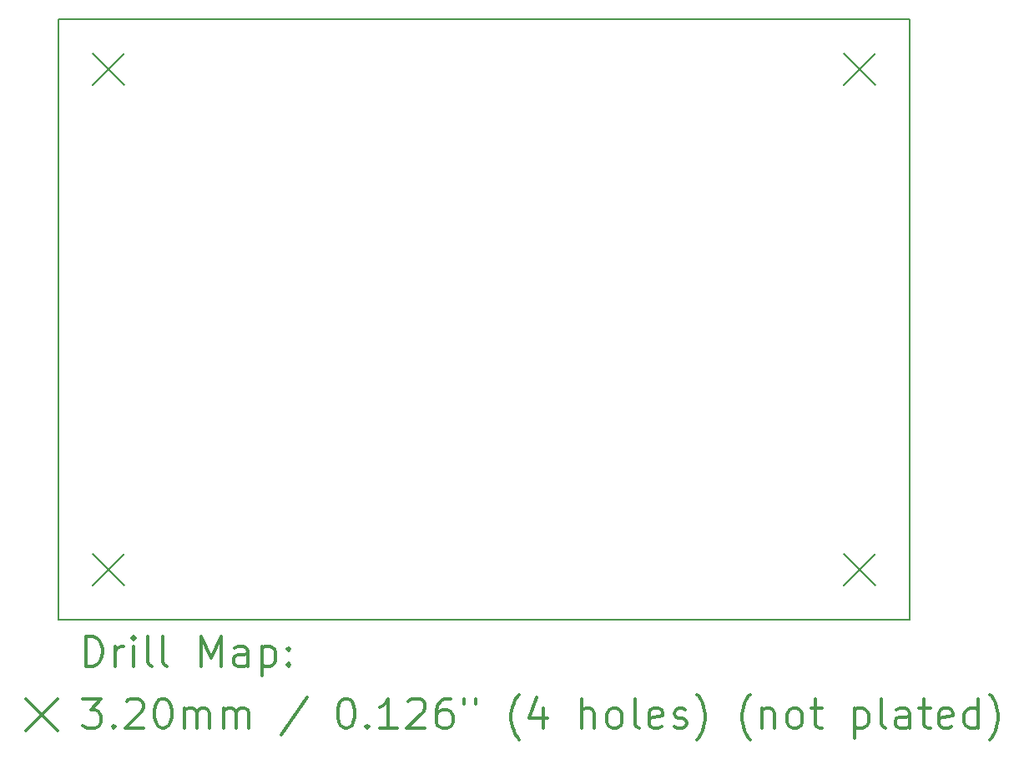
<source format=gbr>
%FSLAX45Y45*%
G04 Gerber Fmt 4.5, Leading zero omitted, Abs format (unit mm)*
G04 Created by KiCad (PCBNEW (5.0.2)-1) date 23/12/2018 18:59:04*
%MOMM*%
%LPD*%
G01*
G04 APERTURE LIST*
%ADD10C,0.150000*%
%ADD11C,0.200000*%
%ADD12C,0.300000*%
G04 APERTURE END LIST*
D10*
X8890000Y-2540000D02*
X8890000Y-8636000D01*
X17526000Y-2540000D02*
X8890000Y-2540000D01*
X17526000Y-8636000D02*
X17526000Y-2540000D01*
X8890000Y-8636000D02*
X17526000Y-8636000D01*
D11*
X9238000Y-2888000D02*
X9558000Y-3208000D01*
X9558000Y-2888000D02*
X9238000Y-3208000D01*
X16858000Y-2888000D02*
X17178000Y-3208000D01*
X17178000Y-2888000D02*
X16858000Y-3208000D01*
X16858000Y-7968000D02*
X17178000Y-8288000D01*
X17178000Y-7968000D02*
X16858000Y-8288000D01*
X9238000Y-7968000D02*
X9558000Y-8288000D01*
X9558000Y-7968000D02*
X9238000Y-8288000D01*
D12*
X9168928Y-9109214D02*
X9168928Y-8809214D01*
X9240357Y-8809214D01*
X9283214Y-8823500D01*
X9311786Y-8852072D01*
X9326071Y-8880643D01*
X9340357Y-8937786D01*
X9340357Y-8980643D01*
X9326071Y-9037786D01*
X9311786Y-9066357D01*
X9283214Y-9094929D01*
X9240357Y-9109214D01*
X9168928Y-9109214D01*
X9468928Y-9109214D02*
X9468928Y-8909214D01*
X9468928Y-8966357D02*
X9483214Y-8937786D01*
X9497500Y-8923500D01*
X9526071Y-8909214D01*
X9554643Y-8909214D01*
X9654643Y-9109214D02*
X9654643Y-8909214D01*
X9654643Y-8809214D02*
X9640357Y-8823500D01*
X9654643Y-8837786D01*
X9668928Y-8823500D01*
X9654643Y-8809214D01*
X9654643Y-8837786D01*
X9840357Y-9109214D02*
X9811786Y-9094929D01*
X9797500Y-9066357D01*
X9797500Y-8809214D01*
X9997500Y-9109214D02*
X9968928Y-9094929D01*
X9954643Y-9066357D01*
X9954643Y-8809214D01*
X10340357Y-9109214D02*
X10340357Y-8809214D01*
X10440357Y-9023500D01*
X10540357Y-8809214D01*
X10540357Y-9109214D01*
X10811786Y-9109214D02*
X10811786Y-8952072D01*
X10797500Y-8923500D01*
X10768928Y-8909214D01*
X10711786Y-8909214D01*
X10683214Y-8923500D01*
X10811786Y-9094929D02*
X10783214Y-9109214D01*
X10711786Y-9109214D01*
X10683214Y-9094929D01*
X10668928Y-9066357D01*
X10668928Y-9037786D01*
X10683214Y-9009214D01*
X10711786Y-8994929D01*
X10783214Y-8994929D01*
X10811786Y-8980643D01*
X10954643Y-8909214D02*
X10954643Y-9209214D01*
X10954643Y-8923500D02*
X10983214Y-8909214D01*
X11040357Y-8909214D01*
X11068928Y-8923500D01*
X11083214Y-8937786D01*
X11097500Y-8966357D01*
X11097500Y-9052072D01*
X11083214Y-9080643D01*
X11068928Y-9094929D01*
X11040357Y-9109214D01*
X10983214Y-9109214D01*
X10954643Y-9094929D01*
X11226071Y-9080643D02*
X11240357Y-9094929D01*
X11226071Y-9109214D01*
X11211786Y-9094929D01*
X11226071Y-9080643D01*
X11226071Y-9109214D01*
X11226071Y-8923500D02*
X11240357Y-8937786D01*
X11226071Y-8952072D01*
X11211786Y-8937786D01*
X11226071Y-8923500D01*
X11226071Y-8952072D01*
X8562500Y-9443500D02*
X8882500Y-9763500D01*
X8882500Y-9443500D02*
X8562500Y-9763500D01*
X9140357Y-9439214D02*
X9326071Y-9439214D01*
X9226071Y-9553500D01*
X9268928Y-9553500D01*
X9297500Y-9567786D01*
X9311786Y-9582072D01*
X9326071Y-9610643D01*
X9326071Y-9682072D01*
X9311786Y-9710643D01*
X9297500Y-9724929D01*
X9268928Y-9739214D01*
X9183214Y-9739214D01*
X9154643Y-9724929D01*
X9140357Y-9710643D01*
X9454643Y-9710643D02*
X9468928Y-9724929D01*
X9454643Y-9739214D01*
X9440357Y-9724929D01*
X9454643Y-9710643D01*
X9454643Y-9739214D01*
X9583214Y-9467786D02*
X9597500Y-9453500D01*
X9626071Y-9439214D01*
X9697500Y-9439214D01*
X9726071Y-9453500D01*
X9740357Y-9467786D01*
X9754643Y-9496357D01*
X9754643Y-9524929D01*
X9740357Y-9567786D01*
X9568928Y-9739214D01*
X9754643Y-9739214D01*
X9940357Y-9439214D02*
X9968928Y-9439214D01*
X9997500Y-9453500D01*
X10011786Y-9467786D01*
X10026071Y-9496357D01*
X10040357Y-9553500D01*
X10040357Y-9624929D01*
X10026071Y-9682072D01*
X10011786Y-9710643D01*
X9997500Y-9724929D01*
X9968928Y-9739214D01*
X9940357Y-9739214D01*
X9911786Y-9724929D01*
X9897500Y-9710643D01*
X9883214Y-9682072D01*
X9868928Y-9624929D01*
X9868928Y-9553500D01*
X9883214Y-9496357D01*
X9897500Y-9467786D01*
X9911786Y-9453500D01*
X9940357Y-9439214D01*
X10168928Y-9739214D02*
X10168928Y-9539214D01*
X10168928Y-9567786D02*
X10183214Y-9553500D01*
X10211786Y-9539214D01*
X10254643Y-9539214D01*
X10283214Y-9553500D01*
X10297500Y-9582072D01*
X10297500Y-9739214D01*
X10297500Y-9582072D02*
X10311786Y-9553500D01*
X10340357Y-9539214D01*
X10383214Y-9539214D01*
X10411786Y-9553500D01*
X10426071Y-9582072D01*
X10426071Y-9739214D01*
X10568928Y-9739214D02*
X10568928Y-9539214D01*
X10568928Y-9567786D02*
X10583214Y-9553500D01*
X10611786Y-9539214D01*
X10654643Y-9539214D01*
X10683214Y-9553500D01*
X10697500Y-9582072D01*
X10697500Y-9739214D01*
X10697500Y-9582072D02*
X10711786Y-9553500D01*
X10740357Y-9539214D01*
X10783214Y-9539214D01*
X10811786Y-9553500D01*
X10826071Y-9582072D01*
X10826071Y-9739214D01*
X11411786Y-9424929D02*
X11154643Y-9810643D01*
X11797500Y-9439214D02*
X11826071Y-9439214D01*
X11854643Y-9453500D01*
X11868928Y-9467786D01*
X11883214Y-9496357D01*
X11897500Y-9553500D01*
X11897500Y-9624929D01*
X11883214Y-9682072D01*
X11868928Y-9710643D01*
X11854643Y-9724929D01*
X11826071Y-9739214D01*
X11797500Y-9739214D01*
X11768928Y-9724929D01*
X11754643Y-9710643D01*
X11740357Y-9682072D01*
X11726071Y-9624929D01*
X11726071Y-9553500D01*
X11740357Y-9496357D01*
X11754643Y-9467786D01*
X11768928Y-9453500D01*
X11797500Y-9439214D01*
X12026071Y-9710643D02*
X12040357Y-9724929D01*
X12026071Y-9739214D01*
X12011786Y-9724929D01*
X12026071Y-9710643D01*
X12026071Y-9739214D01*
X12326071Y-9739214D02*
X12154643Y-9739214D01*
X12240357Y-9739214D02*
X12240357Y-9439214D01*
X12211786Y-9482072D01*
X12183214Y-9510643D01*
X12154643Y-9524929D01*
X12440357Y-9467786D02*
X12454643Y-9453500D01*
X12483214Y-9439214D01*
X12554643Y-9439214D01*
X12583214Y-9453500D01*
X12597500Y-9467786D01*
X12611786Y-9496357D01*
X12611786Y-9524929D01*
X12597500Y-9567786D01*
X12426071Y-9739214D01*
X12611786Y-9739214D01*
X12868928Y-9439214D02*
X12811786Y-9439214D01*
X12783214Y-9453500D01*
X12768928Y-9467786D01*
X12740357Y-9510643D01*
X12726071Y-9567786D01*
X12726071Y-9682072D01*
X12740357Y-9710643D01*
X12754643Y-9724929D01*
X12783214Y-9739214D01*
X12840357Y-9739214D01*
X12868928Y-9724929D01*
X12883214Y-9710643D01*
X12897500Y-9682072D01*
X12897500Y-9610643D01*
X12883214Y-9582072D01*
X12868928Y-9567786D01*
X12840357Y-9553500D01*
X12783214Y-9553500D01*
X12754643Y-9567786D01*
X12740357Y-9582072D01*
X12726071Y-9610643D01*
X13011786Y-9439214D02*
X13011786Y-9496357D01*
X13126071Y-9439214D02*
X13126071Y-9496357D01*
X13568928Y-9853500D02*
X13554643Y-9839214D01*
X13526071Y-9796357D01*
X13511786Y-9767786D01*
X13497500Y-9724929D01*
X13483214Y-9653500D01*
X13483214Y-9596357D01*
X13497500Y-9524929D01*
X13511786Y-9482072D01*
X13526071Y-9453500D01*
X13554643Y-9410643D01*
X13568928Y-9396357D01*
X13811786Y-9539214D02*
X13811786Y-9739214D01*
X13740357Y-9424929D02*
X13668928Y-9639214D01*
X13854643Y-9639214D01*
X14197500Y-9739214D02*
X14197500Y-9439214D01*
X14326071Y-9739214D02*
X14326071Y-9582072D01*
X14311786Y-9553500D01*
X14283214Y-9539214D01*
X14240357Y-9539214D01*
X14211786Y-9553500D01*
X14197500Y-9567786D01*
X14511786Y-9739214D02*
X14483214Y-9724929D01*
X14468928Y-9710643D01*
X14454643Y-9682072D01*
X14454643Y-9596357D01*
X14468928Y-9567786D01*
X14483214Y-9553500D01*
X14511786Y-9539214D01*
X14554643Y-9539214D01*
X14583214Y-9553500D01*
X14597500Y-9567786D01*
X14611786Y-9596357D01*
X14611786Y-9682072D01*
X14597500Y-9710643D01*
X14583214Y-9724929D01*
X14554643Y-9739214D01*
X14511786Y-9739214D01*
X14783214Y-9739214D02*
X14754643Y-9724929D01*
X14740357Y-9696357D01*
X14740357Y-9439214D01*
X15011786Y-9724929D02*
X14983214Y-9739214D01*
X14926071Y-9739214D01*
X14897500Y-9724929D01*
X14883214Y-9696357D01*
X14883214Y-9582072D01*
X14897500Y-9553500D01*
X14926071Y-9539214D01*
X14983214Y-9539214D01*
X15011786Y-9553500D01*
X15026071Y-9582072D01*
X15026071Y-9610643D01*
X14883214Y-9639214D01*
X15140357Y-9724929D02*
X15168928Y-9739214D01*
X15226071Y-9739214D01*
X15254643Y-9724929D01*
X15268928Y-9696357D01*
X15268928Y-9682072D01*
X15254643Y-9653500D01*
X15226071Y-9639214D01*
X15183214Y-9639214D01*
X15154643Y-9624929D01*
X15140357Y-9596357D01*
X15140357Y-9582072D01*
X15154643Y-9553500D01*
X15183214Y-9539214D01*
X15226071Y-9539214D01*
X15254643Y-9553500D01*
X15368928Y-9853500D02*
X15383214Y-9839214D01*
X15411786Y-9796357D01*
X15426071Y-9767786D01*
X15440357Y-9724929D01*
X15454643Y-9653500D01*
X15454643Y-9596357D01*
X15440357Y-9524929D01*
X15426071Y-9482072D01*
X15411786Y-9453500D01*
X15383214Y-9410643D01*
X15368928Y-9396357D01*
X15911786Y-9853500D02*
X15897500Y-9839214D01*
X15868928Y-9796357D01*
X15854643Y-9767786D01*
X15840357Y-9724929D01*
X15826071Y-9653500D01*
X15826071Y-9596357D01*
X15840357Y-9524929D01*
X15854643Y-9482072D01*
X15868928Y-9453500D01*
X15897500Y-9410643D01*
X15911786Y-9396357D01*
X16026071Y-9539214D02*
X16026071Y-9739214D01*
X16026071Y-9567786D02*
X16040357Y-9553500D01*
X16068928Y-9539214D01*
X16111786Y-9539214D01*
X16140357Y-9553500D01*
X16154643Y-9582072D01*
X16154643Y-9739214D01*
X16340357Y-9739214D02*
X16311786Y-9724929D01*
X16297500Y-9710643D01*
X16283214Y-9682072D01*
X16283214Y-9596357D01*
X16297500Y-9567786D01*
X16311786Y-9553500D01*
X16340357Y-9539214D01*
X16383214Y-9539214D01*
X16411786Y-9553500D01*
X16426071Y-9567786D01*
X16440357Y-9596357D01*
X16440357Y-9682072D01*
X16426071Y-9710643D01*
X16411786Y-9724929D01*
X16383214Y-9739214D01*
X16340357Y-9739214D01*
X16526071Y-9539214D02*
X16640357Y-9539214D01*
X16568928Y-9439214D02*
X16568928Y-9696357D01*
X16583214Y-9724929D01*
X16611786Y-9739214D01*
X16640357Y-9739214D01*
X16968928Y-9539214D02*
X16968928Y-9839214D01*
X16968928Y-9553500D02*
X16997500Y-9539214D01*
X17054643Y-9539214D01*
X17083214Y-9553500D01*
X17097500Y-9567786D01*
X17111786Y-9596357D01*
X17111786Y-9682072D01*
X17097500Y-9710643D01*
X17083214Y-9724929D01*
X17054643Y-9739214D01*
X16997500Y-9739214D01*
X16968928Y-9724929D01*
X17283214Y-9739214D02*
X17254643Y-9724929D01*
X17240357Y-9696357D01*
X17240357Y-9439214D01*
X17526071Y-9739214D02*
X17526071Y-9582072D01*
X17511786Y-9553500D01*
X17483214Y-9539214D01*
X17426071Y-9539214D01*
X17397500Y-9553500D01*
X17526071Y-9724929D02*
X17497500Y-9739214D01*
X17426071Y-9739214D01*
X17397500Y-9724929D01*
X17383214Y-9696357D01*
X17383214Y-9667786D01*
X17397500Y-9639214D01*
X17426071Y-9624929D01*
X17497500Y-9624929D01*
X17526071Y-9610643D01*
X17626071Y-9539214D02*
X17740357Y-9539214D01*
X17668928Y-9439214D02*
X17668928Y-9696357D01*
X17683214Y-9724929D01*
X17711786Y-9739214D01*
X17740357Y-9739214D01*
X17954643Y-9724929D02*
X17926071Y-9739214D01*
X17868928Y-9739214D01*
X17840357Y-9724929D01*
X17826071Y-9696357D01*
X17826071Y-9582072D01*
X17840357Y-9553500D01*
X17868928Y-9539214D01*
X17926071Y-9539214D01*
X17954643Y-9553500D01*
X17968928Y-9582072D01*
X17968928Y-9610643D01*
X17826071Y-9639214D01*
X18226071Y-9739214D02*
X18226071Y-9439214D01*
X18226071Y-9724929D02*
X18197500Y-9739214D01*
X18140357Y-9739214D01*
X18111786Y-9724929D01*
X18097500Y-9710643D01*
X18083214Y-9682072D01*
X18083214Y-9596357D01*
X18097500Y-9567786D01*
X18111786Y-9553500D01*
X18140357Y-9539214D01*
X18197500Y-9539214D01*
X18226071Y-9553500D01*
X18340357Y-9853500D02*
X18354643Y-9839214D01*
X18383214Y-9796357D01*
X18397500Y-9767786D01*
X18411786Y-9724929D01*
X18426071Y-9653500D01*
X18426071Y-9596357D01*
X18411786Y-9524929D01*
X18397500Y-9482072D01*
X18383214Y-9453500D01*
X18354643Y-9410643D01*
X18340357Y-9396357D01*
M02*

</source>
